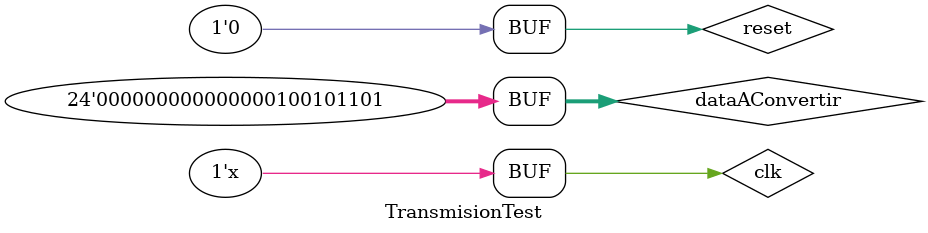
<source format=v>
`timescale 1ns / 1ps


module TransmisionTest;

	// Inputs
	reg [23:0] dataAConvertir;
	reg clk;

	// Outputs
	wire DataOut;
	reg reset;

	// Instantiate the Unit Under Test (UUT)
	TransmisionDAC uut (
		.dataAConvertir(dataAConvertir), 
		.DataOut(DataOut), 
		.clk(clk),
		.reset(reset)
	);

	initial begin
		// Initialize Inputs
		dataAConvertir = 0;
		clk = 1;
		reset = 1;
		#20 reset = 0;
		// Wait 100 ns for global reset to finish
		#940 dataAConvertir = 101;
		#960 dataAConvertir = 24'b100000000000000000000000;
		#960 dataAConvertir = 301;
      
		// Add stimulus here

	end
	always begin #10 clk = ~clk; end
      
endmodule


</source>
